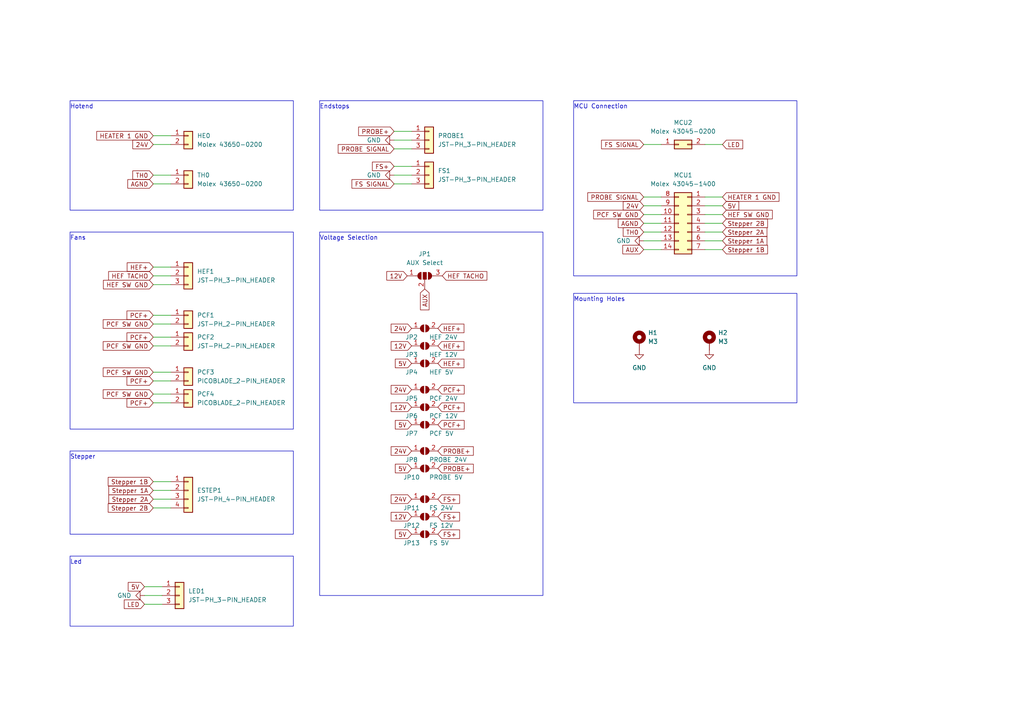
<source format=kicad_sch>
(kicad_sch (version 20230121) (generator eeschema)
  (paper "A4")
  (lib_symbols
    (symbol "Connector_Generic:Conn_01x02" (pin_names (offset 1.016) hide)
      (property "Reference" "J" (at 0 2.54 0))
      (property "Value" "Conn_01x02" (at 0 -5.08 0))
      (symbol "Conn_01x02_1_1"
        (rectangle (start -1.27 -2.413) (end 0 -2.667) (stroke (width 0.1524)))
        (rectangle (start -1.27 0.127) (end 0 -0.127) (stroke (width 0.1524)))
        (rectangle (start -1.27 1.27) (end 1.27 -3.81) (stroke (width 0.254)) (fill (type background)))
        (pin passive line (at -5.08 0 0) (length 3.81) (name "Pin_1") (number "1"))
        (pin passive line (at -5.08 -2.54 0) (length 3.81) (name "Pin_2") (number "2"))
      )
    )
    (symbol "Connector_Generic:Conn_01x03" (pin_names (offset 1.016) hide)
      (property "Reference" "J" (at 0 5.08 0))
      (property "Value" "Conn_01x03" (at 0 -5.08 0))
      (symbol "Conn_01x03_1_1"
        (rectangle (start -1.27 -2.413) (end 0 -2.667) (stroke (width 0.1524)))
        (rectangle (start -1.27 0.127) (end 0 -0.127) (stroke (width 0.1524)))
        (rectangle (start -1.27 2.667) (end 0 2.413) (stroke (width 0.1524)))
        (rectangle (start -1.27 3.81) (end 1.27 -3.81) (stroke (width 0.254)) (fill (type background)))
        (pin passive line (at -5.08 2.54 0) (length 3.81) (name "Pin_1") (number "1"))
        (pin passive line (at -5.08 0 0) (length 3.81) (name "Pin_2") (number "2"))
        (pin passive line (at -5.08 -2.54 0) (length 3.81) (name "Pin_3") (number "3"))
      )
    )
    (symbol "Connector_Generic:Conn_01x04" (pin_names (offset 1.016) hide)
      (property "Reference" "J" (at 0 5.08 0))
      (property "Value" "Conn_01x04" (at 0 -7.62 0))
      (symbol "Conn_01x04_1_1"
        (rectangle (start -1.27 -4.953) (end 0 -5.207) (stroke (width 0.1524)))
        (rectangle (start -1.27 -2.413) (end 0 -2.667) (stroke (width 0.1524)))
        (rectangle (start -1.27 0.127) (end 0 -0.127) (stroke (width 0.1524)))
        (rectangle (start -1.27 2.667) (end 0 2.413) (stroke (width 0.1524)))
        (rectangle (start -1.27 3.81) (end 1.27 -6.35) (stroke (width 0.254)) (fill (type background)))
        (pin passive line (at -5.08 2.54 0) (length 3.81) (name "Pin_1") (number "1"))
        (pin passive line (at -5.08 0 0) (length 3.81) (name "Pin_2") (number "2"))
        (pin passive line (at -5.08 -2.54 0) (length 3.81) (name "Pin_3") (number "3"))
        (pin passive line (at -5.08 -5.08 0) (length 3.81) (name "Pin_4") (number "4"))
      )
    )
    (symbol "Connector_Generic:Conn_02x01" (pin_names (offset 1.016) hide)
      (property "Reference" "J" (at 1.27 2.54 0))
      (property "Value" "Conn_02x01" (at 1.27 -2.54 0))
      (symbol "Conn_02x01_1_1"
        (rectangle (start -1.27 0.127) (end 0 -0.127) (stroke (width 0.1524)))
        (rectangle (start -1.27 1.27) (end 3.81 -1.27) (stroke (width 0.254)) (fill (type background)))
        (rectangle (start 3.81 0.127) (end 2.54 -0.127) (stroke (width 0.1524)))
        (pin passive line (at -5.08 0 0) (length 3.81) (name "Pin_1") (number "1"))
        (pin passive line (at 7.62 0 180) (length 3.81) (name "Pin_2") (number "2"))
      )
    )
    (symbol "Connector_Generic:Conn_02x07_Top_Bottom" (pin_names (offset 1.016) hide)
      (property "Reference" "J" (at 1.27 10.16 0))
      (property "Value" "Conn_02x07_Top_Bottom" (at 1.27 -10.16 0))
      (symbol "Conn_02x07_Top_Bottom_1_1"
        (rectangle (start -1.27 -7.493) (end 0 -7.747) (stroke (width 0.1524)))
        (rectangle (start -1.27 -4.953) (end 0 -5.207) (stroke (width 0.1524)))
        (rectangle (start -1.27 -2.413) (end 0 -2.667) (stroke (width 0.1524)))
        (rectangle (start -1.27 0.127) (end 0 -0.127) (stroke (width 0.1524)))
        (rectangle (start -1.27 2.667) (end 0 2.413) (stroke (width 0.1524)))
        (rectangle (start -1.27 5.207) (end 0 4.953) (stroke (width 0.1524)))
        (rectangle (start -1.27 7.747) (end 0 7.493) (stroke (width 0.1524)))
        (rectangle (start -1.27 8.89) (end 3.81 -8.89) (stroke (width 0.254)) (fill (type background)))
        (rectangle (start 3.81 -7.493) (end 2.54 -7.747) (stroke (width 0.1524)))
        (rectangle (start 3.81 -4.953) (end 2.54 -5.207) (stroke (width 0.1524)))
        (rectangle (start 3.81 -2.413) (end 2.54 -2.667) (stroke (width 0.1524)))
        (rectangle (start 3.81 0.127) (end 2.54 -0.127) (stroke (width 0.1524)))
        (rectangle (start 3.81 2.667) (end 2.54 2.413) (stroke (width 0.1524)))
        (rectangle (start 3.81 5.207) (end 2.54 4.953) (stroke (width 0.1524)))
        (rectangle (start 3.81 7.747) (end 2.54 7.493) (stroke (width 0.1524)))
        (pin passive line (at -5.08 7.62 0) (length 3.81) (name "Pin_1") (number "1"))
        (pin passive line (at 7.62 2.54 180) (length 3.81) (name "Pin_10") (number "10"))
        (pin passive line (at 7.62 0 180) (length 3.81) (name "Pin_11") (number "11"))
        (pin passive line (at 7.62 -2.54 180) (length 3.81) (name "Pin_12") (number "12"))
        (pin passive line (at 7.62 -5.08 180) (length 3.81) (name "Pin_13") (number "13"))
        (pin passive line (at 7.62 -7.62 180) (length 3.81) (name "Pin_14") (number "14"))
        (pin passive line (at -5.08 5.08 0) (length 3.81) (name "Pin_2") (number "2"))
        (pin passive line (at -5.08 2.54 0) (length 3.81) (name "Pin_3") (number "3"))
        (pin passive line (at -5.08 0 0) (length 3.81) (name "Pin_4") (number "4"))
        (pin passive line (at -5.08 -2.54 0) (length 3.81) (name "Pin_5") (number "5"))
        (pin passive line (at -5.08 -5.08 0) (length 3.81) (name "Pin_6") (number "6"))
        (pin passive line (at -5.08 -7.62 0) (length 3.81) (name "Pin_7") (number "7"))
        (pin passive line (at 7.62 7.62 180) (length 3.81) (name "Pin_8") (number "8"))
        (pin passive line (at 7.62 5.08 180) (length 3.81) (name "Pin_9") (number "9"))
      )
    )
    (symbol "Jumper:SolderJumper_2_Open" (pin_names (offset 0) hide)
      (property "Reference" "JP" (at 0 2.032 0))
      (property "Value" "SolderJumper_2_Open" (at 0 -2.54 0))
      (symbol "SolderJumper_2_Open_0_1"
        (arc (start -0.254 1.016) (mid -1.2656 0) (end -0.254 -1.016))
        (arc (start -0.254 1.016) (mid -1.2656 0) (end -0.254 -1.016) (fill (type outline)))
        (polyline (pts (xy -0.254 1.016) (xy -0.254 -1.016)))
        (polyline (pts (xy 0.254 1.016) (xy 0.254 -1.016)))
        (arc (start 0.254 -1.016) (mid 1.2656 0) (end 0.254 1.016))
        (arc (start 0.254 -1.016) (mid 1.2656 0) (end 0.254 1.016) (fill (type outline)))
      )
      (symbol "SolderJumper_2_Open_1_1"
        (pin passive line (at -3.81 0 0) (length 2.54) (name "A") (number "1"))
        (pin passive line (at 3.81 0 180) (length 2.54) (name "B") (number "2"))
      )
    )
    (symbol "Jumper:SolderJumper_3_Open" (pin_names (offset 0) hide)
      (property "Reference" "JP" (at -2.54 -2.54 0))
      (property "Value" "SolderJumper_3_Open" (at 0 2.794 0))
      (symbol "SolderJumper_3_Open_0_1"
        (arc (start -1.016 1.016) (mid -2.0276 0) (end -1.016 -1.016))
        (arc (start -1.016 1.016) (mid -2.0276 0) (end -1.016 -1.016) (fill (type outline)))
        (rectangle (start -0.508 1.016) (end 0.508 -1.016) (fill (type outline)))
        (polyline (pts (xy -2.54 0) (xy -2.032 0)))
        (polyline (pts (xy -1.016 1.016) (xy -1.016 -1.016)))
        (polyline (pts (xy 0 -1.27) (xy 0 -1.016)))
        (polyline (pts (xy 1.016 1.016) (xy 1.016 -1.016)))
        (polyline (pts (xy 2.54 0) (xy 2.032 0)))
        (arc (start 1.016 -1.016) (mid 2.0276 0) (end 1.016 1.016))
        (arc (start 1.016 -1.016) (mid 2.0276 0) (end 1.016 1.016) (fill (type outline)))
      )
      (symbol "SolderJumper_3_Open_1_1"
        (pin passive line (at -5.08 0 0) (length 2.54) (name "A") (number "1"))
        (pin passive line (at 0 -3.81 90) (length 2.54) (name "C") (number "2"))
        (pin passive line (at 5.08 0 180) (length 2.54) (name "B") (number "3"))
      )
    )
    (symbol "Mechanical:MountingHole_Pad" (pin_numbers hide) (pin_names (offset 1.016) hide)
      (property "Reference" "H" (at 0 6.35 0))
      (property "Value" "MountingHole_Pad" (at 0 4.445 0))
      (symbol "MountingHole_Pad_0_1"
        (circle (center 0 1.27) (radius 1.27) (stroke (width 1.27)))
      )
      (symbol "MountingHole_Pad_1_1"
        (pin input line (at 0 -2.54 90) (length 2.54) (name "1") (number "1"))
      )
    )
    (symbol "power:GND" (power) (pin_names (offset 0))
      (property "Value" "GND" (at 0 -3.81 0))
      (symbol "GND_0_1"
        (polyline (pts (xy 0 0) (xy 0 -1.27) (xy 1.27 -1.27) (xy 0 -2.54) (xy -1.27 -1.27) (xy 0 -1.27)))
      )
      (symbol "GND_1_1"
        (pin power_in line (at 0 0 270) (length 0) hide (name "GND") (number "1"))
      )
    )
  )
  (wire (pts (xy 44.45 116.84) (xy 49.53 116.84)))
  (wire (pts (xy 204.47 72.39) (xy 209.55 72.39)))
  (wire (pts (xy 44.45 82.55) (xy 49.53 82.55)))
  (wire (pts (xy 44.45 50.8) (xy 49.53 50.8)))
  (wire (pts (xy 186.69 64.77) (xy 191.77 64.77)))
  (wire (pts (xy 44.45 39.37) (xy 49.53 39.37)))
  (wire (pts (xy 204.47 67.31) (xy 209.55 67.31)))
  (wire (pts (xy 114.3 38.1) (xy 119.38 38.1)))
  (wire (pts (xy 44.45 147.32) (xy 49.53 147.32)))
  (wire (pts (xy 114.3 48.26) (xy 119.38 48.26)))
  (wire (pts (xy 44.45 142.24) (xy 49.53 142.24)))
  (wire (pts (xy 186.69 59.69) (xy 191.77 59.69)))
  (wire (pts (xy 204.47 59.69) (xy 209.55 59.69)))
  (wire (pts (xy 114.3 43.18) (xy 119.38 43.18)))
  (wire (pts (xy 44.45 97.79) (xy 49.53 97.79)))
  (wire (pts (xy 114.3 50.8) (xy 119.38 50.8)))
  (wire (pts (xy 204.47 57.15) (xy 209.55 57.15)))
  (wire (pts (xy 44.45 80.01) (xy 49.53 80.01)))
  (wire (pts (xy 114.3 53.34) (xy 119.38 53.34)))
  (wire (pts (xy 44.45 107.95) (xy 49.53 107.95)))
  (wire (pts (xy 44.45 41.91) (xy 49.53 41.91)))
  (wire (pts (xy 41.91 172.72) (xy 46.99 172.72)))
  (wire (pts (xy 44.45 100.33) (xy 49.53 100.33)))
  (wire (pts (xy 41.91 175.26) (xy 46.99 175.26)))
  (wire (pts (xy 186.69 67.31) (xy 191.77 67.31)))
  (wire (pts (xy 41.91 170.18) (xy 46.99 170.18)))
  (wire (pts (xy 204.47 62.23) (xy 209.55 62.23)))
  (wire (pts (xy 44.45 139.7) (xy 49.53 139.7)))
  (wire (pts (xy 204.47 41.91) (xy 209.55 41.91)))
  (wire (pts (xy 186.69 62.23) (xy 191.77 62.23)))
  (wire (pts (xy 44.45 110.49) (xy 49.53 110.49)))
  (wire (pts (xy 44.45 144.78) (xy 49.53 144.78)))
  (wire (pts (xy 186.69 41.91) (xy 191.77 41.91)))
  (wire (pts (xy 114.3 40.64) (xy 119.38 40.64)))
  (wire (pts (xy 186.69 72.39) (xy 191.77 72.39)))
  (wire (pts (xy 204.47 64.77) (xy 209.55 64.77)))
  (wire (pts (xy 44.45 53.34) (xy 49.53 53.34)))
  (wire (pts (xy 186.69 57.15) (xy 191.77 57.15)))
  (wire (pts (xy 44.45 77.47) (xy 49.53 77.47)))
  (wire (pts (xy 44.45 93.98) (xy 49.53 93.98)))
  (wire (pts (xy 44.45 91.44) (xy 49.53 91.44)))
  (wire (pts (xy 44.45 114.3) (xy 49.53 114.3)))
  (wire (pts (xy 186.69 69.85) (xy 191.77 69.85)))
  (wire (pts (xy 204.47 69.85) (xy 209.55 69.85)))
  (rectangle (start 20.32 161.29) (end 85.09 181.61))
  (rectangle (start 166.37 85.09) (end 231.14 116.84))
  (rectangle (start 92.71 29.21) (end 157.48 60.96))
  (rectangle (start 166.37 29.21) (end 231.14 80.01))
  (rectangle (start 20.32 67.31) (end 85.09 124.46))
  (rectangle (start 92.71 67.31) (end 157.48 172.72))
  (rectangle (start 20.32 130.81) (end 85.09 154.94))
  (rectangle (start 20.32 29.21) (end 85.09 60.96))
  (text "MCU Connection" (at 166.37 31.75 0) (effects (font (size 1.27 1.27)) (justify left bottom)))
  (text "Endstops" (at 92.71 31.75 0) (effects (font (size 1.27 1.27)) (justify left bottom)))
  (text "Hotend" (at 20.32 31.75 0) (effects (font (size 1.27 1.27)) (justify left bottom)))
  (text "Mounting Holes" (at 166.37 87.63 0) (effects (font (size 1.27 1.27)) (justify left bottom)))
  (text "Led" (at 20.32 163.83 0) (effects (font (size 1.27 1.27)) (justify left bottom)))
  (text "Stepper" (at 20.32 133.35 0) (effects (font (size 1.27 1.27)) (justify left bottom)))
  (text "Fans" (at 20.32 69.85 0) (effects (font (size 1.27 1.27)) (justify left bottom)))
  (text "Voltage Selection" (at 92.71 69.85 0) (effects (font (size 1.27 1.27)) (justify left bottom)))
  (global_label "FS+" (shape input) (at 127 149.86 0) (property "Intersheetrefs" "${INTERSHEET_REFS}" (effects hide)))
  (global_label "12V" (shape input) (at 119.38 100.33 180) (property "Intersheetrefs" "${INTERSHEET_REFS}" (effects hide)))
  (global_label "12V" (shape input) (at 119.38 118.11 180) (property "Intersheetrefs" "${INTERSHEET_REFS}" (effects hide)))
  (global_label "HEF+" (shape input) (at 127 100.33 0) (property "Intersheetrefs" "${INTERSHEET_REFS}" (effects hide)))
  (global_label "PROBE+" (shape input) (at 127 135.89 0) (property "Intersheetrefs" "${INTERSHEET_REFS}" (effects hide)))
  (global_label "24V" (shape input) (at 44.45 41.91 180) (property "Intersheetrefs" "${INTERSHEET_REFS}" (effects hide)))
  (global_label "PCF SW GND" (shape input) (at 186.69 62.23 180) (property "Intersheetrefs" "${INTERSHEET_REFS}" (effects hide)))
  (global_label "PCF+" (shape input) (at 127 123.19 0) (property "Intersheetrefs" "${INTERSHEET_REFS}" (effects hide)))
  (global_label "HEF+" (shape input) (at 44.45 77.47 180) (property "Intersheetrefs" "${INTERSHEET_REFS}" (effects hide)))
  (global_label "PROBE SIGNAL" (shape input) (at 114.3 43.18 180) (property "Intersheetrefs" "${INTERSHEET_REFS}" (effects hide)))
  (global_label "AUX" (shape input) (at 123.19 83.82 270) (property "Intersheetrefs" "${INTERSHEET_REFS}" (effects hide)))
  (global_label "HEATER 1 GND" (shape input) (at 44.45 39.37 180) (property "Intersheetrefs" "${INTERSHEET_REFS}" (effects hide)))
  (global_label "Stepper 2A" (shape input) (at 209.55 67.31 0) (property "Intersheetrefs" "${INTERSHEET_REFS}" (effects hide)))
  (global_label "24V" (shape input) (at 119.38 95.25 180) (property "Intersheetrefs" "${INTERSHEET_REFS}" (effects hide)))
  (global_label "24V" (shape input) (at 119.38 130.81 180) (property "Intersheetrefs" "${INTERSHEET_REFS}" (effects hide)))
  (global_label "24V" (shape input) (at 186.69 59.69 180) (property "Intersheetrefs" "${INTERSHEET_REFS}" (effects hide)))
  (global_label "HEF SW GND" (shape input) (at 209.55 62.23 0) (property "Intersheetrefs" "${INTERSHEET_REFS}" (effects hide)))
  (global_label "12V" (shape input) (at 119.38 149.86 180) (property "Intersheetrefs" "${INTERSHEET_REFS}" (effects hide)))
  (global_label "AGND" (shape input) (at 186.69 64.77 180) (property "Intersheetrefs" "${INTERSHEET_REFS}" (effects hide)))
  (global_label "FS+" (shape input) (at 127 144.78 0) (property "Intersheetrefs" "${INTERSHEET_REFS}" (effects hide)))
  (global_label "Stepper 1B" (shape input) (at 44.45 139.7 180) (property "Intersheetrefs" "${INTERSHEET_REFS}" (effects hide)))
  (global_label "PROBE SIGNAL" (shape input) (at 186.69 57.15 180) (property "Intersheetrefs" "${INTERSHEET_REFS}" (effects hide)))
  (global_label "24V" (shape input) (at 119.38 113.03 180) (property "Intersheetrefs" "${INTERSHEET_REFS}" (effects hide)))
  (global_label "FS SIGNAL" (shape input) (at 114.3 53.34 180) (property "Intersheetrefs" "${INTERSHEET_REFS}" (effects hide)))
  (global_label "PROBE+" (shape input) (at 127 130.81 0) (property "Intersheetrefs" "${INTERSHEET_REFS}" (effects hide)))
  (global_label "FS+" (shape input) (at 114.3 48.26 180) (property "Intersheetrefs" "${INTERSHEET_REFS}" (effects hide)))
  (global_label "PCF SW GND" (shape input) (at 44.45 93.98 180) (property "Intersheetrefs" "${INTERSHEET_REFS}" (effects hide)))
  (global_label "FS+" (shape input) (at 127 154.94 0) (property "Intersheetrefs" "${INTERSHEET_REFS}" (effects hide)))
  (global_label "HEF TACHO" (shape input) (at 44.45 80.01 180) (property "Intersheetrefs" "${INTERSHEET_REFS}" (effects hide)))
  (global_label "PCF+" (shape input) (at 44.45 91.44 180) (property "Intersheetrefs" "${INTERSHEET_REFS}" (effects hide)))
  (global_label "Stepper 2A" (shape input) (at 44.45 144.78 180) (property "Intersheetrefs" "${INTERSHEET_REFS}" (effects hide)))
  (global_label "Stepper 1B" (shape input) (at 209.55 72.39 0) (property "Intersheetrefs" "${INTERSHEET_REFS}" (effects hide)))
  (global_label "LED" (shape input) (at 41.91 175.26 180) (property "Intersheetrefs" "${INTERSHEET_REFS}" (effects hide)))
  (global_label "HEATER 1 GND" (shape input) (at 209.55 57.15 0) (property "Intersheetrefs" "${INTERSHEET_REFS}" (effects hide)))
  (global_label "PCF SW GND" (shape input) (at 44.45 100.33 180) (property "Intersheetrefs" "${INTERSHEET_REFS}" (effects hide)))
  (global_label "AUX" (shape input) (at 186.69 72.39 180) (property "Intersheetrefs" "${INTERSHEET_REFS}" (effects hide)))
  (global_label "PCF SW GND" (shape input) (at 44.45 114.3 180) (property "Intersheetrefs" "${INTERSHEET_REFS}" (effects hide)))
  (global_label "Stepper 1A" (shape input) (at 209.55 69.85 0) (property "Intersheetrefs" "${INTERSHEET_REFS}" (effects hide)))
  (global_label "FS SIGNAL" (shape input) (at 186.69 41.91 180) (property "Intersheetrefs" "${INTERSHEET_REFS}" (effects hide)))
  (global_label "PROBE+" (shape input) (at 114.3 38.1 180) (property "Intersheetrefs" "${INTERSHEET_REFS}" (effects hide)))
  (global_label "HEF SW GND" (shape input) (at 44.45 82.55 180) (property "Intersheetrefs" "${INTERSHEET_REFS}" (effects hide)))
  (global_label "PCF+" (shape input) (at 44.45 116.84 180) (property "Intersheetrefs" "${INTERSHEET_REFS}" (effects hide)))
  (global_label "AGND" (shape input) (at 44.45 53.34 180) (property "Intersheetrefs" "${INTERSHEET_REFS}" (effects hide)))
  (global_label "12V" (shape input) (at 118.11 80.01 180) (property "Intersheetrefs" "${INTERSHEET_REFS}" (effects hide)))
  (global_label "5V" (shape input) (at 119.38 123.19 180) (property "Intersheetrefs" "${INTERSHEET_REFS}" (effects hide)))
  (global_label "5V" (shape input) (at 41.91 170.18 180) (property "Intersheetrefs" "${INTERSHEET_REFS}" (effects hide)))
  (global_label "HEF+" (shape input) (at 127 105.41 0) (property "Intersheetrefs" "${INTERSHEET_REFS}" (effects hide)))
  (global_label "5V" (shape input) (at 119.38 135.89 180) (property "Intersheetrefs" "${INTERSHEET_REFS}" (effects hide)))
  (global_label "Stepper 2B" (shape input) (at 44.45 147.32 180) (property "Intersheetrefs" "${INTERSHEET_REFS}" (effects hide)))
  (global_label "Stepper 1A" (shape input) (at 44.45 142.24 180) (property "Intersheetrefs" "${INTERSHEET_REFS}" (effects hide)))
  (global_label "5V" (shape input) (at 119.38 105.41 180) (property "Intersheetrefs" "${INTERSHEET_REFS}" (effects hide)))
  (global_label "TH0" (shape input) (at 44.45 50.8 180) (property "Intersheetrefs" "${INTERSHEET_REFS}" (effects hide)))
  (global_label "24V" (shape input) (at 119.38 144.78 180) (property "Intersheetrefs" "${INTERSHEET_REFS}" (effects hide)))
  (global_label "LED" (shape input) (at 209.55 41.91 0) (property "Intersheetrefs" "${INTERSHEET_REFS}" (effects hide)))
  (global_label "PCF+" (shape input) (at 127 113.03 0) (property "Intersheetrefs" "${INTERSHEET_REFS}" (effects hide)))
  (global_label "PCF+" (shape input) (at 44.45 97.79 180) (property "Intersheetrefs" "${INTERSHEET_REFS}" (effects hide)))
  (global_label "HEF TACHO" (shape input) (at 128.27 80.01 0) (property "Intersheetrefs" "${INTERSHEET_REFS}" (effects hide)))
  (global_label "Stepper 2B" (shape input) (at 209.55 64.77 0) (property "Intersheetrefs" "${INTERSHEET_REFS}" (effects hide)))
  (global_label "PCF+" (shape input) (at 127 118.11 0) (property "Intersheetrefs" "${INTERSHEET_REFS}" (effects hide)))
  (global_label "TH0" (shape input) (at 186.69 67.31 180) (property "Intersheetrefs" "${INTERSHEET_REFS}" (effects hide)))
  (global_label "5V" (shape input) (at 209.55 59.69 0) (property "Intersheetrefs" "${INTERSHEET_REFS}" (effects hide)))
  (global_label "PCF+" (shape input) (at 44.45 110.49 180) (property "Intersheetrefs" "${INTERSHEET_REFS}" (effects hide)))
  (global_label "HEF+" (shape input) (at 127 95.25 0) (property "Intersheetrefs" "${INTERSHEET_REFS}" (effects hide)))
  (global_label "PCF SW GND" (shape input) (at 44.45 107.95 180) (property "Intersheetrefs" "${INTERSHEET_REFS}" (effects hide)))
  (global_label "5V" (shape input) (at 119.38 154.94 180) (property "Intersheetrefs" "${INTERSHEET_REFS}" (effects hide)))
  (symbol (lib_id "Jumper:SolderJumper_2_Open") (at 123.19 113.03 0) (unit 1)
    (property "Reference" "JP5" (at 119.38 115.57 0))
    (property "Value" "PCF 24V" (at 124.46 115.57 0) (effects (justify left)))
    (property "Footprint" "Jumper:SolderJumper-2_P1.3mm_Open_TrianglePad1.0x1.5mm" (effects hide))
  )
  (symbol (lib_id "Jumper:SolderJumper_2_Open") (at 123.19 144.78 0) (unit 1)
    (property "Reference" "JP11" (at 119.38 147.32 0))
    (property "Value" "FS 24V" (at 124.46 147.32 0) (effects (justify left)))
    (property "Footprint" "Jumper:SolderJumper-2_P1.3mm_Open_TrianglePad1.0x1.5mm" (effects hide))
  )
  (symbol (lib_id "Connector_Generic:Conn_01x02") (at 54.61 91.44 0) (unit 1)
    (property "Reference" "PCF1" (at 57.15 91.44 0) (effects (justify left)))
    (property "Value" "JST-PH_2-PIN_HEADER" (at 57.15 93.98 0) (effects (justify left)))
    (property "Footprint" "Connector_JST:JST_PH_B2B-PH-K_1x02_P2.00mm_Vertical" (effects hide))
  )
  (symbol (lib_id "Jumper:SolderJumper_2_Open") (at 123.19 135.89 0) (unit 1)
    (property "Reference" "JP10" (at 119.38 138.43 0))
    (property "Value" "PROBE 5V" (at 124.46 138.43 0) (effects (justify left)))
    (property "Footprint" "Jumper:SolderJumper-2_P1.3mm_Open_TrianglePad1.0x1.5mm" (effects hide))
  )
  (symbol (lib_id "power:GND") (at 114.3 40.64 270) (unit 1)
    (property "Reference" "#PWR02" (effects hide))
    (property "Value" "GND" (at 110.49 40.64 90) (effects (justify right)))
  )
  (symbol (lib_id "Jumper:SolderJumper_2_Open") (at 123.19 105.41 0) (unit 1)
    (property "Reference" "JP4" (at 119.38 107.95 0))
    (property "Value" "HEF 5V" (at 124.46 107.95 0) (effects (justify left)))
    (property "Footprint" "Jumper:SolderJumper-2_P1.3mm_Open_TrianglePad1.0x1.5mm" (effects hide))
  )
  (symbol (lib_id "Connector_Generic:Conn_01x02") (at 54.61 107.95 0) (unit 1)
    (property "Reference" "PCF3" (at 57.15 107.95 0) (effects (justify left)))
    (property "Value" "PICOBLADE_2-PIN_HEADER" (at 57.15 110.49 0) (effects (justify left)))
    (property "Footprint" "Connector_Molex:Molex_PicoBlade_53047-0210_1x02_P1.25mm_Vertical" (effects hide))
  )
  (symbol (lib_id "Connector_Generic:Conn_02x01") (at 196.85 41.91 0) (unit 1)
    (property "Reference" "MCU2" (at 198.12 35.56 0))
    (property "Value" "Molex 43045-0200" (at 198.12 38.1 0))
    (property "Footprint" "Connector_Molex:Molex_Micro-Fit_3.0_43045-0200_2x01_P3.00mm_Horizontal" (effects hide))
  )
  (symbol (lib_id "power:GND") (at 185.42 101.6 0) (unit 1)
    (property "Reference" "#PWR05" (effects hide))
    (property "Value" "GND" (at 185.42 106.68 0))
  )
  (symbol (lib_id "Connector_Generic:Conn_01x03") (at 52.07 172.72 0) (unit 1)
    (property "Reference" "LED1" (at 54.61 171.45 0) (effects (justify left)))
    (property "Value" "JST-PH_3-PIN_HEADER" (at 54.61 173.99 0) (effects (justify left)))
    (property "Footprint" "Connector_JST:JST_PH_B3B-PH-K_1x03_P2.00mm_Vertical" (effects hide))
  )
  (symbol (lib_id "Jumper:SolderJumper_2_Open") (at 123.19 123.19 0) (unit 1)
    (property "Reference" "JP7" (at 119.38 125.73 0))
    (property "Value" "PCF 5V" (at 124.46 125.73 0) (effects (justify left)))
    (property "Footprint" "Jumper:SolderJumper-2_P1.3mm_Open_TrianglePad1.0x1.5mm" (effects hide))
  )
  (symbol (lib_id "Connector_Generic:Conn_01x02") (at 54.61 114.3 0) (unit 1)
    (property "Reference" "PCF4" (at 57.15 114.3 0) (effects (justify left)))
    (property "Value" "PICOBLADE_2-PIN_HEADER" (at 57.15 116.84 0) (effects (justify left)))
    (property "Footprint" "Connector_Molex:Molex_PicoBlade_53047-0210_1x02_P1.25mm_Vertical" (effects hide))
  )
  (symbol (lib_id "Connector_Generic:Conn_02x07_Top_Bottom") (at 199.39 64.77 0) (mirror y) (unit 1)
    (property "Reference" "MCU1" (at 198.12 50.8 0))
    (property "Value" "Molex 43045-1400" (at 198.12 53.34 0))
    (property "Footprint" "Connector_Molex:Molex_Micro-Fit_3.0_43045-1400_2x07_P3.00mm_Horizontal" (effects hide))
  )
  (symbol (lib_id "Connector_Generic:Conn_01x03") (at 54.61 80.01 0) (unit 1)
    (property "Reference" "HEF1" (at 57.15 78.74 0) (effects (justify left)))
    (property "Value" "JST-PH_3-PIN_HEADER" (at 57.15 81.28 0) (effects (justify left)))
    (property "Footprint" "Connector_JST:JST_PH_B3B-PH-K_1x03_P2.00mm_Vertical" (effects hide))
  )
  (symbol (lib_id "Connector_Generic:Conn_01x03") (at 124.46 50.8 0) (unit 1)
    (property "Reference" "FS1" (at 127 49.53 0) (effects (justify left)))
    (property "Value" "JST-PH_3-PIN_HEADER" (at 127 52.07 0) (effects (justify left)))
    (property "Footprint" "Connector_JST:JST_PH_B3B-PH-K_1x03_P2.00mm_Vertical" (effects hide))
  )
  (symbol (lib_id "Mechanical:MountingHole_Pad") (at 205.74 99.06 0) (unit 1)
    (property "Reference" "H2" (at 208.28 96.52 0) (effects (justify left)))
    (property "Value" "M3" (at 208.28 99.06 0) (effects (justify left)))
    (property "Footprint" "MountingHole:MountingHole_3.2mm_M3_DIN965_Pad" (effects hide))
  )
  (symbol (lib_id "Jumper:SolderJumper_2_Open") (at 123.19 154.94 0) (unit 1)
    (property "Reference" "JP13" (at 119.38 157.48 0))
    (property "Value" "FS 5V" (at 124.46 157.48 0) (effects (justify left)))
    (property "Footprint" "Jumper:SolderJumper-2_P1.3mm_Open_TrianglePad1.0x1.5mm" (effects hide))
  )
  (symbol (lib_id "power:GND") (at 114.3 50.8 270) (unit 1)
    (property "Reference" "#PWR03" (effects hide))
    (property "Value" "GND" (at 110.49 50.8 90) (effects (justify right)))
  )
  (symbol (lib_id "Connector_Generic:Conn_01x04") (at 54.61 142.24 0) (unit 1)
    (property "Reference" "ESTEP1" (at 57.15 142.24 0) (effects (justify left)))
    (property "Value" "JST-PH_4-PIN_HEADER" (at 57.15 144.78 0) (effects (justify left)))
    (property "Footprint" "Connector_JST:JST_PH_B4B-PH-K_1x04_P2.00mm_Vertical" (effects hide))
  )
  (symbol (lib_id "Connector_Generic:Conn_01x02") (at 54.61 39.37 0) (unit 1)
    (property "Reference" "HE0" (at 57.15 39.37 0) (effects (justify left)))
    (property "Value" "Molex 43650-0200" (at 57.15 41.91 0) (effects (justify left)))
    (property "Footprint" "Connector_Molex:Molex_Micro-Fit_3.0_43650-0200_1x02_P3.00mm_Horizontal" (effects hide))
  )
  (symbol (lib_id "Jumper:SolderJumper_2_Open") (at 123.19 100.33 0) (unit 1)
    (property "Reference" "JP3" (at 119.38 102.87 0))
    (property "Value" "HEF 12V" (at 124.46 102.87 0) (effects (justify left)))
    (property "Footprint" "Jumper:SolderJumper-2_P1.3mm_Open_TrianglePad1.0x1.5mm" (effects hide))
  )
  (symbol (lib_id "Mechanical:MountingHole_Pad") (at 185.42 99.06 0) (unit 1)
    (property "Reference" "H1" (at 187.96 96.52 0) (effects (justify left)))
    (property "Value" "M3" (at 187.96 99.06 0) (effects (justify left)))
    (property "Footprint" "MountingHole:MountingHole_3.2mm_M3_DIN965_Pad" (effects hide))
  )
  (symbol (lib_id "Connector_Generic:Conn_01x03") (at 124.46 40.64 0) (unit 1)
    (property "Reference" "PROBE1" (at 127 39.37 0) (effects (justify left)))
    (property "Value" "JST-PH_3-PIN_HEADER" (at 127 41.91 0) (effects (justify left)))
    (property "Footprint" "Connector_JST:JST_PH_B3B-PH-K_1x03_P2.00mm_Vertical" (effects hide))
  )
  (symbol (lib_id "Jumper:SolderJumper_2_Open") (at 123.19 118.11 0) (unit 1)
    (property "Reference" "JP6" (at 119.38 120.65 0))
    (property "Value" "PCF 12V" (at 124.46 120.65 0) (effects (justify left)))
    (property "Footprint" "Jumper:SolderJumper-2_P1.3mm_Open_TrianglePad1.0x1.5mm" (effects hide))
  )
  (symbol (lib_id "Jumper:SolderJumper_2_Open") (at 123.19 130.81 0) (unit 1)
    (property "Reference" "JP8" (at 119.38 133.35 0))
    (property "Value" "PROBE 24V" (at 124.46 133.35 0) (effects (justify left)))
    (property "Footprint" "Jumper:SolderJumper-2_P1.3mm_Open_TrianglePad1.0x1.5mm" (effects hide))
  )
  (symbol (lib_id "power:GND") (at 205.74 101.6 0) (unit 1)
    (property "Reference" "#PWR06" (effects hide))
    (property "Value" "GND" (at 205.74 106.68 0))
  )
  (symbol (lib_id "Jumper:SolderJumper_3_Open") (at 123.19 80.01 0) (unit 1)
    (property "Reference" "JP1" (at 123.19 73.66 0))
    (property "Value" "AUX Select" (at 123.19 76.2 0))
    (property "Footprint" "Jumper:SolderJumper-3_P2.0mm_Open_TrianglePad1.0x1.5mm" (effects hide))
  )
  (symbol (lib_id "Jumper:SolderJumper_2_Open") (at 123.19 95.25 0) (unit 1)
    (property "Reference" "JP2" (at 119.38 97.79 0))
    (property "Value" "HEF 24V" (at 124.46 97.79 0) (effects (justify left)))
    (property "Footprint" "Jumper:SolderJumper-2_P1.3mm_Open_TrianglePad1.0x1.5mm" (effects hide))
  )
  (symbol (lib_id "Connector_Generic:Conn_01x02") (at 54.61 97.79 0) (unit 1)
    (property "Reference" "PCF2" (at 57.15 97.79 0) (effects (justify left)))
    (property "Value" "JST-PH_2-PIN_HEADER" (at 57.15 100.33 0) (effects (justify left)))
    (property "Footprint" "Connector_JST:JST_PH_B2B-PH-K_1x02_P2.00mm_Vertical" (effects hide))
  )
  (symbol (lib_id "Connector_Generic:Conn_01x02") (at 54.61 50.8 0) (unit 1)
    (property "Reference" "TH0" (at 57.15 50.8 0) (effects (justify left)))
    (property "Value" "Molex 43650-0200" (at 57.15 53.34 0) (effects (justify left)))
    (property "Footprint" "Connector_Molex:Molex_Micro-Fit_3.0_43650-0200_1x02_P3.00mm_Horizontal" (effects hide))
  )
  (symbol (lib_id "Jumper:SolderJumper_2_Open") (at 123.19 149.86 0) (unit 1)
    (property "Reference" "JP12" (at 119.38 152.4 0))
    (property "Value" "FS 12V" (at 124.46 152.4 0) (effects (justify left)))
    (property "Footprint" "Jumper:SolderJumper-2_P1.3mm_Open_TrianglePad1.0x1.5mm" (effects hide))
  )
  (symbol (lib_id "power:GND") (at 41.91 172.72 270) (unit 1)
    (property "Reference" "#PWR04" (effects hide))
    (property "Value" "GND" (at 38.1 172.72 90) (effects (justify right)))
  )
  (symbol (lib_id "power:GND") (at 186.69 69.85 270) (unit 1)
    (property "Reference" "#PWR01" (effects hide))
    (property "Value" "GND" (at 182.88 69.85 90) (effects (justify right)))
  )
)
</source>
